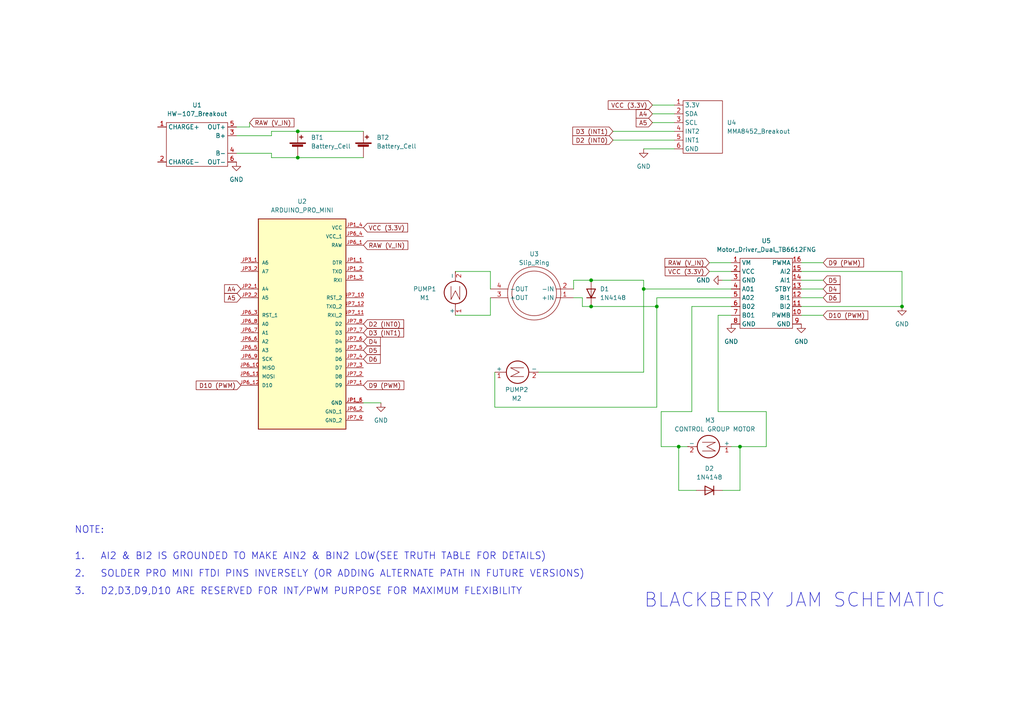
<source format=kicad_sch>
(kicad_sch (version 20211123) (generator eeschema)
  (paper "A4")
  (title_block (date "2022-04-17"))
  (lib_symbols
    (symbol "BlackberryJam_library:ARDUINO_PRO_MINI" (pin_names (offset 1.016))
      (property "Reference" "U" (at -1.27 31.75 0))
      (property "Value" "ARDUINO_PRO_MINI" (at -8.89 34.29 0))
      (symbol "ARDUINO_PRO_MINI_0_0"
        (rectangle (start -12.7 -30.48) (end 12.7 30.48) (stroke (width 0.254)) (fill (type background)))
        (pin input line (at 17.78 17.78 180) (length 5.08) (name "DTR") (number "JP1_1"))
        (pin bidirectional line (at 17.78 15.24 180) (length 5.08) (name "TXO") (number "JP1_2"))
        (pin bidirectional line (at 17.78 12.7 180) (length 5.08) (name "RXI") (number "JP1_3"))
        (pin power_in line (at 17.78 27.94 180) (length 5.08) (name "VCC") (number "JP1_4"))
        (pin power_in line (at 17.78 -22.86 180) (length 5.08) (name "GND") (number "JP1_5"))
        (pin power_in line (at 17.78 -22.86 180) (length 5.08) (name "GND") (number "JP1_6"))
        (pin bidirectional line (at -17.78 10.16 0) (length 5.08) (name "A4") (number "JP2_1"))
        (pin bidirectional line (at -17.78 7.62 0) (length 5.08) (name "A5") (number "JP2_2"))
        (pin input line (at -17.78 17.78 0) (length 5.08) (name "A6") (number "JP3_1"))
        (pin input line (at -17.78 15.24 0) (length 5.08) (name "A7") (number "JP3_2"))
        (pin power_in line (at 17.78 22.86 180) (length 5.08) (name "RAW") (number "JP6_1"))
        (pin bidirectional line (at -17.78 -12.7 0) (length 5.08) (name "MISO") (number "JP6_10"))
        (pin bidirectional line (at -17.78 -15.24 0) (length 5.08) (name "MOSI") (number "JP6_11"))
        (pin bidirectional line (at -17.78 -17.78 0) (length 5.08) (name "D10") (number "JP6_12"))
        (pin power_in line (at 17.78 -25.4 180) (length 5.08) (name "GND_1") (number "JP6_2"))
        (pin input line (at -17.78 2.54 0) (length 5.08) (name "RST_1") (number "JP6_3"))
        (pin power_in line (at 17.78 25.4 180) (length 5.08) (name "VCC_1") (number "JP6_4"))
        (pin bidirectional line (at -17.78 -7.62 0) (length 5.08) (name "A3") (number "JP6_5"))
        (pin bidirectional line (at -17.78 -5.08 0) (length 5.08) (name "A2") (number "JP6_6"))
        (pin bidirectional line (at -17.78 -2.54 0) (length 5.08) (name "A1") (number "JP6_7"))
        (pin bidirectional line (at -17.78 0 0) (length 5.08) (name "A0") (number "JP6_8"))
        (pin bidirectional line (at -17.78 -10.16 0) (length 5.08) (name "SCK") (number "JP6_9"))
        (pin bidirectional line (at 17.78 -17.78 180) (length 5.08) (name "D9") (number "JP7_1"))
        (pin input line (at 17.78 7.62 180) (length 5.08) (name "RST_2") (number "JP7_10"))
        (pin bidirectional line (at 17.78 2.54 180) (length 5.08) (name "RXI_2") (number "JP7_11"))
        (pin bidirectional line (at 17.78 5.08 180) (length 5.08) (name "TXO_2") (number "JP7_12"))
        (pin bidirectional line (at 17.78 -15.24 180) (length 5.08) (name "D8") (number "JP7_2"))
        (pin bidirectional line (at 17.78 -12.7 180) (length 5.08) (name "D7") (number "JP7_3"))
        (pin bidirectional line (at 17.78 -10.16 180) (length 5.08) (name "D6") (number "JP7_4"))
        (pin bidirectional line (at 17.78 -7.62 180) (length 5.08) (name "D5") (number "JP7_5"))
        (pin bidirectional line (at 17.78 -5.08 180) (length 5.08) (name "D4") (number "JP7_6"))
        (pin bidirectional line (at 17.78 -2.54 180) (length 5.08) (name "D3") (number "JP7_7"))
        (pin bidirectional line (at 17.78 0 180) (length 5.08) (name "D2") (number "JP7_8"))
        (pin power_in line (at 17.78 -27.94 180) (length 5.08) (name "GND_2") (number "JP7_9"))
      )
    )
    (symbol "BlackberryJam_library:HW-107_Breakout"
      (property "Reference" "U?" (at 0 11.43 0))
      (property "Value" "HW-107_Breakout" (at 0 8.89 0))
      (symbol "HW-107_Breakout_0_1"
        (rectangle (start -8.89 6.35) (end 8.89 -6.35))
      )
      (symbol "HW-107_Breakout_1_1"
        (pin input line (at -11.43 5.08 0) (length 2.54) (name "CHARGE+") (number "1"))
        (pin input line (at -11.43 -5.08 0) (length 2.54) (name "CHARGE-") (number "2"))
        (pin input line (at 11.43 2.54 180) (length 2.54) (name "B+") (number "3"))
        (pin input line (at 11.43 -2.54 180) (length 2.54) (name "B-") (number "4"))
        (pin output line (at 11.43 5.08 180) (length 2.54) (name "OUT+") (number "5"))
        (pin output line (at 11.43 -5.08 180) (length 2.54) (name "OUT-") (number "6"))
      )
    )
    (symbol "BlackberryJam_library:MMA8452_Breakout"
      (property "Reference" "U" (at 7.62 16.51 0))
      (property "Value" "MMA8452_Breakout" (at 7.62 19.05 0))
      (symbol "MMA8452_Breakout_0_1"
        (rectangle (start 2.54 15.24) (end 13.97 0))
      )
      (symbol "MMA8452_Breakout_1_1"
        (pin power_in line (at 0 13.97 0) (length 2.54) (name "3.3V") (number "1"))
        (pin input line (at 0 11.43 0) (length 2.54) (name "SDA") (number "2"))
        (pin input line (at 0 8.89 0) (length 2.54) (name "SCL") (number "3"))
        (pin input line (at 0 6.35 0) (length 2.54) (name "INT2") (number "4"))
        (pin input line (at 0 3.81 0) (length 2.54) (name "INT1") (number "5"))
        (pin input line (at 0 1.27 0) (length 2.54) (name "GND") (number "6"))
      )
    )
    (symbol "BlackberryJam_library:Motor_Driver_Dual_TB6612FNG"
      (property "Reference" "U5" (at 0 13.97 0))
      (property "Value" "Motor_Driver_Dual_TB6612FNG" (at 0 11.43 0))
      (symbol "Motor_Driver_Dual_TB6612FNG_0_1"
        (rectangle (start -7.62 8.89) (end 7.62 -11.43))
      )
      (symbol "Motor_Driver_Dual_TB6612FNG_1_1"
        (pin input line (at -10.16 7.62 0) (length 2.54) (name "VM") (number "1"))
        (pin input line (at 10.16 -7.62 180) (length 2.54) (name "PWMB") (number "10"))
        (pin input line (at 10.16 -5.08 180) (length 2.54) (name "BI2") (number "11"))
        (pin input line (at 10.16 -2.54 180) (length 2.54) (name "BI1") (number "12"))
        (pin input line (at 10.16 0 180) (length 2.54) (name "STBY") (number "13"))
        (pin input line (at 10.16 2.54 180) (length 2.54) (name "AI1") (number "14"))
        (pin input line (at 10.16 5.08 180) (length 2.54) (name "AI2") (number "15"))
        (pin input line (at 10.16 7.62 180) (length 2.54) (name "PWMA") (number "16"))
        (pin input line (at -10.16 5.08 0) (length 2.54) (name "VCC") (number "2"))
        (pin input line (at -10.16 2.54 0) (length 2.54) (name "GND") (number "3"))
        (pin input line (at -10.16 0 0) (length 2.54) (name "A01") (number "4"))
        (pin input line (at -10.16 -2.54 0) (length 2.54) (name "A02") (number "5"))
        (pin input line (at -10.16 -5.08 0) (length 2.54) (name "B02") (number "6"))
        (pin input line (at -10.16 -7.62 0) (length 2.54) (name "B01") (number "7"))
        (pin input line (at -10.16 -10.16 0) (length 2.54) (name "GND") (number "8"))
        (pin input line (at 10.16 -10.16 180) (length 2.54) (name "GND") (number "9"))
      )
    )
    (symbol "BlackberryJam_library:Slip_Ring"
      (property "Reference" "U" (at 0 10.16 0))
      (property "Value" "Slip_Ring" (at 0 12.7 0))
      (symbol "Slip_Ring_0_1"
        (circle (center 0 0) (radius 6.4758))
        (circle (center 0 0) (radius 7.7251))
      )
      (symbol "Slip_Ring_1_1"
        (pin input line (at -11.43 1.27 0) (length 5.08) (name "+IN") (number "1"))
        (pin input line (at -11.43 -1.27 0) (length 5.08) (name "-IN") (number "2"))
        (pin input line (at 12.7 1.27 180) (length 5.08) (name "+OUT") (number "3"))
        (pin output line (at 12.7 -1.27 180) (length 5.08) (name "-OUT") (number "4"))
      )
    )
    (symbol "Device:Battery_Cell" (pin_numbers hide) (pin_names (offset 0) hide)
      (property "Reference" "BT" (at 2.54 2.54 0))
      (property "Value" "Battery_Cell" (at 2.54 0 0))
      (symbol "Battery_Cell_0_1"
        (rectangle (start -2.286 1.778) (end 2.286 1.524) (fill (type outline)))
        (rectangle (start -1.5748 1.1938) (end 1.4732 0.6858) (fill (type outline)))
        (polyline (pts (xy 0 0.762) (xy 0 0)))
        (polyline (pts (xy 0 1.778) (xy 0 2.54)))
        (polyline (pts (xy 0.508 3.429) (xy 1.524 3.429)) (stroke (width 0.254)))
        (polyline (pts (xy 1.016 3.937) (xy 1.016 2.921)) (stroke (width 0.254)))
      )
      (symbol "Battery_Cell_1_1"
        (pin passive line (at 0 5.08 270) (length 2.54) (name "+") (number "1"))
        (pin passive line (at 0 -2.54 90) (length 2.54) (name "-") (number "2"))
      )
    )
    (symbol "Diode:1N4148" (pin_numbers hide) (pin_names (offset 1.016) hide)
      (property "Reference" "D" (at 0 2.54 0))
      (property "Value" "1N4148" (at 0 -2.54 0))
      (symbol "1N4148_0_1"
        (polyline (pts (xy -1.27 1.27) (xy -1.27 -1.27)) (stroke (width 0.254)))
        (polyline (pts (xy 1.27 0) (xy -1.27 0)))
        (polyline (pts (xy 1.27 1.27) (xy 1.27 -1.27) (xy -1.27 0) (xy 1.27 1.27)) (stroke (width 0.254)))
      )
      (symbol "1N4148_1_1"
        (pin passive line (at -3.81 0 0) (length 2.54) (name "K") (number "1"))
        (pin passive line (at 3.81 0 180) (length 2.54) (name "A") (number "2"))
      )
    )
    (symbol "Motor:Motor_DC" (pin_names (offset 0))
      (property "Reference" "M" (at 2.54 2.54 0))
      (property "Value" "Motor_DC" (at 2.54 -5.08 0))
      (symbol "Motor_DC_0_0"
        (polyline (pts (xy -1.27 -3.302) (xy -1.27 0.508) (xy 0 -2.032) (xy 1.27 0.508) (xy 1.27 -3.302)))
      )
      (symbol "Motor_DC_0_1"
        (circle (center 0 -1.524) (radius 3.2512) (stroke (width 0.254)))
        (polyline (pts (xy 0 -7.62) (xy 0 -7.112)))
        (polyline (pts (xy 0 -4.7752) (xy 0 -5.1816)))
        (polyline (pts (xy 0 1.7272) (xy 0 2.0828)))
        (polyline (pts (xy 0 2.032) (xy 0 2.54)))
      )
      (symbol "Motor_DC_1_1"
        (pin passive line (at 0 5.08 270) (length 2.54) (name "+") (number "1"))
        (pin passive line (at 0 -7.62 90) (length 2.54) (name "-") (number "2"))
      )
    )
    (symbol "power:GND" (power) (pin_names (offset 0))
      (property "Value" "GND" (at 0 -3.81 0))
      (symbol "GND_0_1"
        (polyline (pts (xy 0 0) (xy 0 -1.27) (xy 1.27 -1.27) (xy 0 -2.54) (xy -1.27 -1.27) (xy 0 -1.27)))
      )
      (symbol "GND_1_1"
        (pin power_in line (at 0 0 270) (length 0) hide (name "GND") (number "1"))
      )
    )
  )
  (junction (at 86.36 45.72))
  (junction (at 171.45 81.28))
  (junction (at 171.45 88.9))
  (junction (at 214.63 129.54))
  (junction (at 261.62 88.9))
  (junction (at 86.36 38.1))
  (junction (at 190.5 88.9))
  (junction (at 186.69 83.82))
  (junction (at 196.85 129.54))
  (wire (pts (xy 86.36 45.72) (xy 105.41 45.72)))
  (wire (pts (xy 209.55 81.28) (xy 212.09 81.28)))
  (wire (pts (xy 205.74 78.74) (xy 212.09 78.74)))
  (wire (pts (xy 78.74 44.45) (xy 78.74 45.72)))
  (wire (pts (xy 196.85 129.54) (xy 199.39 129.54)))
  (wire (pts (xy 86.36 38.1) (xy 105.41 38.1)))
  (wire (pts (xy 190.5 86.36) (xy 212.09 86.36)))
  (wire (pts (xy 191.77 129.54) (xy 196.85 129.54)))
  (wire (pts (xy 143.51 118.11) (xy 190.5 118.11)))
  (wire (pts (xy 78.74 38.1) (xy 86.36 38.1)))
  (wire (pts (xy 205.74 76.2) (xy 212.09 76.2)))
  (wire (pts (xy 166.37 81.28) (xy 171.45 81.28)))
  (wire (pts (xy 232.41 78.74) (xy 261.62 78.74)))
  (wire (pts (xy 171.45 81.28) (xy 186.69 81.28)))
  (wire (pts (xy 142.24 78.74) (xy 142.24 83.82)))
  (wire (pts (xy 232.41 88.9) (xy 261.62 88.9)))
  (wire (pts (xy 222.25 119.38) (xy 222.25 129.54)))
  (wire (pts (xy 156.21 107.95) (xy 186.69 107.95)))
  (wire (pts (xy 232.41 91.44) (xy 238.76 91.44)))
  (wire (pts (xy 105.41 116.84) (xy 110.49 116.84)))
  (wire (pts (xy 78.74 39.37) (xy 78.74 38.1)))
  (wire (pts (xy 186.69 43.18) (xy 195.58 43.18)))
  (wire (pts (xy 168.91 86.36) (xy 168.91 88.9)))
  (wire (pts (xy 214.63 129.54) (xy 212.09 129.54)))
  (wire (pts (xy 200.66 88.9) (xy 200.66 119.38)))
  (wire (pts (xy 209.55 142.24) (xy 214.63 142.24)))
  (wire (pts (xy 168.91 88.9) (xy 171.45 88.9)))
  (wire (pts (xy 68.58 36.83) (xy 72.39 36.83)))
  (wire (pts (xy 189.23 33.02) (xy 195.58 33.02)))
  (wire (pts (xy 190.5 88.9) (xy 190.5 86.36)))
  (wire (pts (xy 166.37 86.36) (xy 168.91 86.36)))
  (wire (pts (xy 189.23 30.48) (xy 195.58 30.48)))
  (wire (pts (xy 72.39 36.83) (xy 72.39 35.56)))
  (wire (pts (xy 196.85 142.24) (xy 196.85 129.54)))
  (wire (pts (xy 191.77 119.38) (xy 191.77 129.54)))
  (wire (pts (xy 232.41 76.2) (xy 238.76 76.2)))
  (wire (pts (xy 189.23 35.56) (xy 195.58 35.56)))
  (wire (pts (xy 143.51 107.95) (xy 143.51 118.11)))
  (wire (pts (xy 238.76 86.36) (xy 232.41 86.36)))
  (wire (pts (xy 132.08 91.44) (xy 142.24 91.44)))
  (wire (pts (xy 238.76 83.82) (xy 232.41 83.82)))
  (wire (pts (xy 166.37 83.82) (xy 166.37 81.28)))
  (wire (pts (xy 177.8 40.64) (xy 195.58 40.64)))
  (wire (pts (xy 186.69 81.28) (xy 186.69 83.82)))
  (wire (pts (xy 68.58 39.37) (xy 78.74 39.37)))
  (wire (pts (xy 201.93 142.24) (xy 196.85 142.24)))
  (wire (pts (xy 78.74 45.72) (xy 86.36 45.72)))
  (wire (pts (xy 208.28 119.38) (xy 222.25 119.38)))
  (wire (pts (xy 200.66 88.9) (xy 212.09 88.9)))
  (wire (pts (xy 142.24 91.44) (xy 142.24 86.36)))
  (wire (pts (xy 68.58 44.45) (xy 78.74 44.45)))
  (wire (pts (xy 222.25 129.54) (xy 214.63 129.54)))
  (wire (pts (xy 132.08 78.74) (xy 142.24 78.74)))
  (wire (pts (xy 238.76 81.28) (xy 232.41 81.28)))
  (wire (pts (xy 186.69 83.82) (xy 212.09 83.82)))
  (wire (pts (xy 177.8 38.1) (xy 195.58 38.1)))
  (wire (pts (xy 186.69 83.82) (xy 186.69 107.95)))
  (wire (pts (xy 190.5 118.11) (xy 190.5 88.9)))
  (wire (pts (xy 200.66 119.38) (xy 191.77 119.38)))
  (wire (pts (xy 208.28 91.44) (xy 208.28 119.38)))
  (wire (pts (xy 261.62 78.74) (xy 261.62 88.9)))
  (wire (pts (xy 214.63 142.24) (xy 214.63 129.54)))
  (wire (pts (xy 212.09 91.44) (xy 208.28 91.44)))
  (wire (pts (xy 171.45 88.9) (xy 190.5 88.9)))
  (text "1.	AI2 & BI2 IS GROUNDED TO MAKE AIN2 & BIN2 LOW(SEE TRUTH TABLE FOR DETAILS)" (at 21.59 162.56 0) (effects (font (size 2 2)) (justify left bottom)))
  (text "BLACKBERRY JAM SCHEMATIC" (at 186.69 176.53 0) (effects (font (size 4 4)) (justify left bottom)))
  (text "3.	D2,D3,D9,D10 ARE RESERVED FOR INT/PWM PURPOSE FOR MAXIMUM FLEXIBILITY" (at 21.59 172.72 0) (effects (font (size 2 2)) (justify left bottom)))
  (text "NOTE:" (at 21.59 154.94 0) (effects (font (size 2 2)) (justify left bottom)))
  (text "2.	SOLDER PRO MINI FTDI PINS INVERSELY (OR ADDING ALTERNATE PATH IN FUTURE VERSIONS)" (at 21.59 167.64 0) (effects (font (size 2 2)) (justify left bottom)))
  (global_label "D10 (PWM)" (shape input) (at 69.85 111.76 180) (property "Intersheet References" "${INTERSHEET_REFS}" (effects hide)))
  (global_label "D9 (PWM)" (shape input) (at 105.41 111.76 0) (property "Intersheet References" "${INTERSHEET_REFS}" (effects hide)))
  (global_label "A4" (shape input) (at 189.23 33.02 180) (property "Intersheet References" "${INTERSHEET_REFS}" (effects hide)))
  (global_label "D5" (shape input) (at 105.41 101.6 0) (property "Intersheet References" "${INTERSHEET_REFS}" (effects hide)))
  (global_label "A4" (shape input) (at 69.85 83.82 180) (property "Intersheet References" "${INTERSHEET_REFS}" (effects hide)))
  (global_label "D6" (shape input) (at 105.41 104.14 0) (property "Intersheet References" "${INTERSHEET_REFS}" (effects hide)))
  (global_label "D6" (shape input) (at 238.76 86.36 0) (property "Intersheet References" "${INTERSHEET_REFS}" (effects hide)))
  (global_label "D2 (INT0)" (shape input) (at 105.41 93.98 0) (property "Intersheet References" "${INTERSHEET_REFS}" (effects hide)))
  (global_label "D2 (INT0)" (shape input) (at 177.8 40.64 180) (property "Intersheet References" "${INTERSHEET_REFS}" (effects hide)))
  (global_label "A5" (shape input) (at 69.85 86.36 180) (property "Intersheet References" "${INTERSHEET_REFS}" (effects hide)))
  (global_label "VCC (3.3V)" (shape input) (at 105.41 66.04 0) (property "Intersheet References" "${INTERSHEET_REFS}" (effects hide)))
  (global_label "D4" (shape input) (at 105.41 99.06 0) (property "Intersheet References" "${INTERSHEET_REFS}" (effects hide)))
  (global_label "D3 (INT1)" (shape input) (at 105.41 96.52 0) (property "Intersheet References" "${INTERSHEET_REFS}" (effects hide)))
  (global_label "VCC (3.3V)" (shape input) (at 205.74 78.74 180) (property "Intersheet References" "${INTERSHEET_REFS}" (effects hide)))
  (global_label "VCC (3.3V)" (shape input) (at 189.23 30.48 180) (property "Intersheet References" "${INTERSHEET_REFS}" (effects hide)))
  (global_label "D10 (PWM)" (shape input) (at 238.76 91.44 0) (property "Intersheet References" "${INTERSHEET_REFS}" (effects hide)))
  (global_label "RAW (V_IN)" (shape input) (at 105.41 71.12 0) (property "Intersheet References" "${INTERSHEET_REFS}" (effects hide)))
  (global_label "D3 (INT1)" (shape input) (at 177.8 38.1 180) (property "Intersheet References" "${INTERSHEET_REFS}" (effects hide)))
  (global_label "RAW (V_IN)" (shape input) (at 205.74 76.2 180) (property "Intersheet References" "${INTERSHEET_REFS}" (effects hide)))
  (global_label "D5" (shape input) (at 238.76 81.28 0) (property "Intersheet References" "${INTERSHEET_REFS}" (effects hide)))
  (global_label "D9 (PWM)" (shape input) (at 238.76 76.2 0) (property "Intersheet References" "${INTERSHEET_REFS}" (effects hide)))
  (global_label "A5" (shape input) (at 189.23 35.56 180) (property "Intersheet References" "${INTERSHEET_REFS}" (effects hide)))
  (global_label "RAW (V_IN)" (shape input) (at 72.39 35.56 0) (property "Intersheet References" "${INTERSHEET_REFS}" (effects hide)))
  (global_label "D4" (shape input) (at 238.76 83.82 0) (property "Intersheet References" "${INTERSHEET_REFS}" (effects hide)))
  (symbol (lib_id "Diode:1N4148") (at 205.74 142.24 180) (unit 1)
    (property "Reference" "D2" (at 205.74 135.89 0))
    (property "Value" "1N4148" (at 205.74 138.43 0))
    (property "Footprint" "Diode_THT:D_DO-35_SOD27_P7.62mm_Horizontal" (effects hide))
    (property "Datasheet" "https://assets.nexperia.com/documents/data-sheet/1N4148_1N4448.pdf" (effects hide))
  )
  (symbol (lib_id "power:GND") (at 212.09 93.98 0) (unit 1)
    (property "Reference" "#PWR0101" (effects hide))
    (property "Value" "GND" (at 212.09 99.06 0))
  )
  (symbol (lib_id "Device:Battery_Cell") (at 105.41 43.18 0) (unit 1)
    (property "Reference" "BT2" (at 109.22 39.8779 0) (effects (justify left)))
    (property "Value" "Battery_Cell" (at 109.22 42.4179 0) (effects (justify left)))
  )
  (symbol (lib_id "power:GND") (at 110.49 116.84 0) (unit 1)
    (property "Reference" "#PWR0106" (effects hide))
    (property "Value" "GND" (at 110.49 121.92 0))
  )
  (symbol (lib_id "BlackberryJam_library:Slip_Ring") (at 154.94 85.09 180) (unit 1)
    (property "Reference" "U3" (at 154.94 73.66 0))
    (property "Value" "Slip_Ring" (at 154.94 76.2 0))
    (property "Footprint" "TerminalBlock_TE-Connectivity:TerminalBlock_TE_282834-2_1x02_P2.54mm_Horizontal" (effects hide))
  )
  (symbol (lib_id "power:GND") (at 232.41 93.98 0) (unit 1)
    (property "Reference" "#PWR0103" (effects hide))
    (property "Value" "GND" (at 232.41 99.06 0))
  )
  (symbol (lib_id "power:GND") (at 186.69 43.18 0) (unit 1)
    (property "Reference" "#PWR0105" (effects hide))
    (property "Value" "GND" (at 186.69 48.26 0))
  )
  (symbol (lib_id "Device:Battery_Cell") (at 86.36 43.18 0) (unit 1)
    (property "Reference" "BT1" (at 90.17 39.8779 0) (effects (justify left)))
    (property "Value" "Battery_Cell" (at 90.17 42.4179 0) (effects (justify left)))
  )
  (symbol (lib_id "Motor:Motor_DC") (at 148.59 107.95 90) (mirror x) (unit 1)
    (property "Reference" "M2" (at 149.86 115.57 90))
    (property "Value" "PUMP2" (at 149.86 113.03 90))
    (property "Footprint" "TerminalBlock_TE-Connectivity:TerminalBlock_TE_282834-2_1x02_P2.54mm_Horizontal" (effects hide))
  )
  (symbol (lib_id "power:GND") (at 261.62 88.9 0) (unit 1)
    (property "Reference" "#PWR0102" (effects hide))
    (property "Value" "GND" (at 261.62 93.98 0))
  )
  (symbol (lib_id "power:GND") (at 68.58 46.99 0) (unit 1)
    (property "Reference" "#PWR0107" (effects hide))
    (property "Value" "GND" (at 68.58 52.07 0))
  )
  (symbol (lib_id "BlackberryJam_library:Motor_Driver_Dual_TB6612FNG") (at 222.25 83.82 0) (unit 1)
    (property "Reference" "U5" (at 222.25 69.85 0))
    (property "Value" "Motor_Driver_Dual_TB6612FNG" (at 222.25 72.39 0))
    (property "Footprint" "BlackberryJam_footprint:Dual_Motor_Driver" (effects hide))
  )
  (symbol (lib_id "BlackberryJam_library:ARDUINO_PRO_MINI") (at 87.63 93.98 0) (unit 1)
    (property "Reference" "U2" (at 87.63 58.42 0))
    (property "Value" "ARDUINO_PRO_MINI" (at 87.63 60.96 0))
    (property "Footprint" "BlackberryJam_footprint:ARDUINO_PRO_MINI" (effects hide))
    (property "PARTREV" "N/A" (effects hide))
    (property "MANUFACTURER" "SparkFun Electronics" (effects hide))
    (property "MAXIMUM_PACKAGE_HEIGHT" "N/A" (effects hide))
    (property "STANDARD" "Manufacturer Recommendations" (effects hide))
  )
  (symbol (lib_id "Motor:Motor_DC") (at 132.08 86.36 0) (mirror x) (unit 1)
    (property "Reference" "M1" (at 123.19 86.36 0))
    (property "Value" "PUMP1" (at 123.19 83.82 0))
  )
  (symbol (lib_id "power:GND") (at 209.55 81.28 270) (unit 1)
    (property "Reference" "#PWR0104" (effects hide))
    (property "Value" "GND" (at 201.93 81.28 90) (effects (justify left)))
  )
  (symbol (lib_id "BlackberryJam_library:MMA8452_Breakout") (at 195.58 44.45 0) (unit 1)
    (property "Reference" "U4" (at 210.82 35.5599 0) (effects (justify left)))
    (property "Value" "MMA8452_Breakout" (at 210.82 38.0999 0) (effects (justify left)))
    (property "Footprint" "BlackberryJam_footprint:MMA8452Q_Breakout" (effects hide))
  )
  (symbol (lib_id "Motor:Motor_DC") (at 207.01 129.54 270) (mirror x) (unit 1)
    (property "Reference" "M3" (at 204.47 121.92 90) (effects (justify left)))
    (property "Value" "CONTROL GROUP MOTOR" (at 195.58 124.46 90) (effects (justify left)))
    (property "Footprint" "TerminalBlock_TE-Connectivity:TerminalBlock_TE_282834-2_1x02_P2.54mm_Horizontal" (effects hide))
  )
  (symbol (lib_id "Diode:1N4148") (at 171.45 85.09 90) (unit 1)
    (property "Reference" "D1" (at 173.99 83.8199 90) (effects (justify right)))
    (property "Value" "1N4148" (at 173.99 86.3599 90) (effects (justify right)))
    (property "Footprint" "Diode_THT:D_DO-35_SOD27_P7.62mm_Horizontal" (effects hide))
    (property "Datasheet" "https://assets.nexperia.com/documents/data-sheet/1N4148_1N4448.pdf" (effects hide))
  )
  (symbol (lib_id "BlackberryJam_library:HW-107_Breakout") (at 57.15 41.91 0) (unit 1)
    (property "Reference" "U1" (at 57.15 30.48 0))
    (property "Value" "HW-107_Breakout" (at 57.15 33.02 0))
    (property "Footprint" "Connector_PinHeader_2.54mm:PinHeader_1x02_P2.54mm_Vertical" (effects hide))
  )
)
</source>
